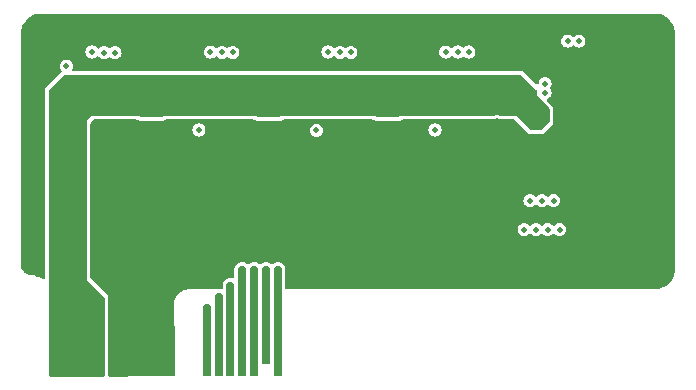
<source format=gbr>
G04 #@! TF.GenerationSoftware,KiCad,Pcbnew,(6.0.4)*
G04 #@! TF.CreationDate,2022-07-06T17:35:23+08:00*
G04 #@! TF.ProjectId,MP2145S_EVB,4d503231-3435-4535-9f45-56422e6b6963,rev?*
G04 #@! TF.SameCoordinates,PX5e56640PY77750e0*
G04 #@! TF.FileFunction,Copper,L1,Top*
G04 #@! TF.FilePolarity,Positive*
%FSLAX46Y46*%
G04 Gerber Fmt 4.6, Leading zero omitted, Abs format (unit mm)*
G04 Created by KiCad (PCBNEW (6.0.4)) date 2022-07-06 17:35:23*
%MOMM*%
%LPD*%
G01*
G04 APERTURE LIST*
G04 #@! TA.AperFunction,ConnectorPad*
%ADD10R,0.700000X4.300000*%
G04 #@! TD*
G04 #@! TA.AperFunction,ConnectorPad*
%ADD11R,0.700000X3.200000*%
G04 #@! TD*
G04 #@! TA.AperFunction,ViaPad*
%ADD12C,0.500000*%
G04 #@! TD*
G04 #@! TA.AperFunction,Conductor*
%ADD13C,0.500000*%
G04 #@! TD*
G04 #@! TA.AperFunction,Conductor*
%ADD14C,0.700000*%
G04 #@! TD*
G04 APERTURE END LIST*
D10*
G04 #@! TO.P,PCI1,B1*
G04 #@! TO.N,5V*
X13050000Y5050000D03*
G04 #@! TO.P,PCI1,B2*
X14050000Y5050000D03*
G04 #@! TO.P,PCI1,B3*
X15050000Y5050000D03*
G04 #@! TO.P,PCI1,B4*
X16050000Y5050000D03*
G04 #@! TO.P,PCI1,B5*
X17050000Y5050000D03*
G04 #@! TO.P,PCI1,B6*
G04 #@! TO.N,GND*
X18050000Y5050000D03*
G04 #@! TO.P,PCI1,B7*
X19050000Y5050000D03*
G04 #@! TO.P,PCI1,B8*
X20050000Y5050000D03*
G04 #@! TO.P,PCI1,B9*
X21050000Y5050000D03*
G04 #@! TO.P,PCI1,B10*
X22050000Y5050000D03*
G04 #@! TO.P,PCI1,B11*
X23050000Y5050000D03*
G04 #@! TO.P,PCI1,B12*
G04 #@! TO.N,REG_EN2*
X26050000Y5050000D03*
G04 #@! TO.P,PCI1,B13*
G04 #@! TO.N,REG_EN1*
X27050000Y5050000D03*
G04 #@! TO.P,PCI1,B14*
G04 #@! TO.N,REG_CHG*
X28050000Y5050000D03*
G04 #@! TO.P,PCI1,B15*
G04 #@! TO.N,REG_POWER*
X29050000Y5050000D03*
G04 #@! TO.P,PCI1,B16*
G04 #@! TO.N,BAT_ISET*
X30050000Y5050000D03*
D11*
G04 #@! TO.P,PCI1,B17*
G04 #@! TO.N,BAT_PG*
X31050000Y5600000D03*
D10*
G04 #@! TO.P,PCI1,B18*
G04 #@! TO.N,BAT_CHG*
X32050000Y5050000D03*
G04 #@! TD*
D12*
G04 #@! TO.N,GND*
X11690000Y29590000D03*
X10690000Y29590000D03*
X65390000Y29490000D03*
X64390000Y29490000D03*
X57429999Y14305001D03*
X57970000Y15005000D03*
X56870000Y15005001D03*
X56880000Y14305001D03*
X57980000Y14305000D03*
X57419999Y15005001D03*
X57970000Y13605000D03*
X57419999Y13605001D03*
X56880000Y12905001D03*
X57980000Y12905000D03*
X56870000Y13605001D03*
X57429999Y12905001D03*
X58680000Y12905001D03*
X59219999Y13605001D03*
X59770000Y13605000D03*
X59780000Y12905000D03*
X58670000Y13605001D03*
X59229999Y12905001D03*
X59219999Y15005001D03*
X59780000Y14305000D03*
X59229999Y14305001D03*
X58670000Y15005001D03*
X59770000Y15005000D03*
X58680000Y14305001D03*
X57075000Y26693334D03*
X57750000Y26693334D03*
X56400000Y26703334D03*
X57065000Y25916668D03*
X56390001Y25926668D03*
X57740000Y25916668D03*
X56390000Y25150000D03*
X57065000Y25140000D03*
X57740000Y25140000D03*
X13160000Y33320000D03*
X14160000Y33320000D03*
X15160000Y33320000D03*
X16160000Y33320000D03*
X17160000Y33320000D03*
X18160000Y33320000D03*
X19160000Y33320000D03*
X20160000Y33320000D03*
X21160000Y33320000D03*
X22160000Y33320000D03*
X23160000Y33320000D03*
X24160000Y33320000D03*
X25160000Y33320000D03*
X26160000Y33320000D03*
X27160000Y33320000D03*
X28160000Y33320000D03*
X29160000Y33320000D03*
X30160000Y33320000D03*
X31160000Y33320000D03*
X32160000Y33320000D03*
X33160000Y33320000D03*
X34160000Y33320000D03*
X35160000Y33320000D03*
X36160000Y33320000D03*
X37160000Y33320000D03*
X38160000Y33320000D03*
X39160000Y33320000D03*
X40160000Y33320000D03*
X41160000Y33320000D03*
X42160000Y33320000D03*
X43160000Y33320000D03*
X44160000Y33320000D03*
X45160000Y33320000D03*
X46160000Y33320000D03*
X47160000Y33320000D03*
X48160000Y33320000D03*
X49160000Y33320000D03*
X50160000Y33320000D03*
X51160000Y33320000D03*
X52160000Y33320000D03*
X53160000Y33320000D03*
X54160000Y33320000D03*
X55160000Y33320000D03*
X56160000Y33320000D03*
X57160000Y33320000D03*
X58160000Y33320000D03*
X59160000Y33320000D03*
X60160000Y33320000D03*
X61160000Y33320000D03*
X12290000Y32130000D03*
X13160000Y32320000D03*
X14160000Y32320000D03*
X15160000Y32320000D03*
X16160000Y32320000D03*
X17160000Y32320000D03*
X18160000Y32320000D03*
X19160000Y32320000D03*
X20160000Y32320000D03*
X21160000Y32320000D03*
X22160000Y32320000D03*
X23160000Y32320000D03*
X24160000Y32320000D03*
X25160000Y32320000D03*
X26160000Y32320000D03*
X27160000Y32320000D03*
X28160000Y32320000D03*
X29160000Y32320000D03*
X30160000Y32320000D03*
X31160000Y32320000D03*
X32160000Y32320000D03*
X33160000Y32320000D03*
X34160000Y32320000D03*
X35160000Y32320000D03*
X36160000Y32320000D03*
X37160000Y32320000D03*
X38160000Y32320000D03*
X39160000Y32320000D03*
X40160000Y32320000D03*
X41160000Y32320000D03*
X42160000Y32320000D03*
X43160000Y32320000D03*
X44160000Y32320000D03*
X45160000Y32320000D03*
X46160000Y32320000D03*
X47160000Y32320000D03*
X48160000Y32320000D03*
X49160000Y32320000D03*
X50160000Y32320000D03*
X51160000Y32320000D03*
X52160000Y32320000D03*
X53160000Y32320000D03*
X54160000Y32320000D03*
X55160000Y32320000D03*
X56160000Y32320000D03*
X57160000Y32320000D03*
X58160000Y32320000D03*
X59160000Y32320000D03*
X60160000Y32320000D03*
X61160000Y32320000D03*
X62160000Y32320000D03*
X62160000Y33320000D03*
X63160000Y32320000D03*
X63160000Y33320000D03*
X63860000Y32050000D03*
X64160000Y33320000D03*
X11300000Y33020000D03*
X10670000Y31600000D03*
X11780000Y31470000D03*
X10690000Y30590000D03*
X11690000Y30590000D03*
X10690000Y28590000D03*
X11690000Y28590000D03*
X10690000Y27590000D03*
X11690000Y27590000D03*
X10690000Y26590000D03*
X11690000Y26590000D03*
X10690000Y25590000D03*
X11690000Y25590000D03*
X10690000Y24590000D03*
X11690000Y24590000D03*
X10690000Y23590000D03*
X11690000Y23590000D03*
X10690000Y22590000D03*
X11690000Y22590000D03*
X10690000Y21590000D03*
X11690000Y21590000D03*
X10690000Y20590000D03*
X11690000Y20590000D03*
X10690000Y19590000D03*
X11690000Y19590000D03*
X10690000Y18590000D03*
X11690000Y18590000D03*
X10690000Y17590000D03*
X11690000Y17590000D03*
X10690000Y16590000D03*
X11690000Y16590000D03*
X10690000Y15590000D03*
X11690000Y15590000D03*
X10690000Y14590000D03*
X11690000Y14590000D03*
X10690000Y13590000D03*
X11690000Y13590000D03*
X10690000Y12590000D03*
X11690000Y12590000D03*
X11690000Y11590000D03*
X41690000Y11590000D03*
X42690000Y11590000D03*
X43690000Y11590000D03*
X44690000Y11590000D03*
X45690000Y11590000D03*
X46690000Y11590000D03*
X47690000Y11590000D03*
X48690000Y11590000D03*
X49690000Y11590000D03*
X50690000Y11590000D03*
X51690000Y11590000D03*
X52690000Y11590000D03*
X53690000Y11590000D03*
X54690000Y11590000D03*
X55690000Y11590000D03*
X56690000Y11590000D03*
X57690000Y11590000D03*
X58690000Y11590000D03*
X59690000Y11590000D03*
X60690000Y11590000D03*
X61690000Y11590000D03*
X62690000Y11590000D03*
X63600000Y11860000D03*
X33690000Y10590000D03*
X34690000Y10590000D03*
X35690000Y10590000D03*
X36690000Y10590000D03*
X37690000Y10590000D03*
X38690000Y10590000D03*
X39690000Y10590000D03*
X40690000Y10590000D03*
X41690000Y10590000D03*
X42690000Y10590000D03*
X43690000Y10590000D03*
X44690000Y10590000D03*
X45690000Y10590000D03*
X46690000Y10590000D03*
X47690000Y10590000D03*
X48690000Y10590000D03*
X49690000Y10590000D03*
X50690000Y10590000D03*
X51690000Y10590000D03*
X52690000Y10590000D03*
X53690000Y10590000D03*
X54690000Y10590000D03*
X55690000Y10590000D03*
X56690000Y10590000D03*
X57690000Y10590000D03*
X58690000Y10590000D03*
X59690000Y10590000D03*
X60690000Y10590000D03*
X61690000Y10590000D03*
X62690000Y10590000D03*
X63690000Y10590000D03*
X64870000Y32980000D03*
X64290000Y31450000D03*
X65380000Y31520000D03*
X64390000Y30490000D03*
X65380000Y30500000D03*
X64390000Y28490000D03*
X65390000Y28490000D03*
X64390000Y27490000D03*
X65390000Y27490000D03*
X64390000Y26490000D03*
X65390000Y26490000D03*
X64390000Y25490000D03*
X65390000Y25490000D03*
X64390000Y24490000D03*
X65390000Y24490000D03*
X64390000Y23490000D03*
X65390000Y23490000D03*
X64390000Y22490000D03*
X65390000Y22490000D03*
X64390000Y21490000D03*
X65390000Y21490000D03*
X64390000Y20490000D03*
X65390000Y20490000D03*
X64390000Y19490000D03*
X65390000Y19490000D03*
X64390000Y18490000D03*
X65390000Y18490000D03*
X64390000Y17490000D03*
X65390000Y17490000D03*
X64390000Y16490000D03*
X65390000Y16490000D03*
X64390000Y15490000D03*
X65390000Y15490000D03*
X64390000Y14490000D03*
X65390000Y14490000D03*
X64390000Y13490000D03*
X65390000Y13490000D03*
X64210000Y12480000D03*
X65390000Y12550000D03*
X65320000Y11760000D03*
X64440000Y10700000D03*
X21660000Y32820000D03*
X36660000Y32820000D03*
X52660000Y32820000D03*
X53660000Y32820000D03*
X54660000Y32820000D03*
X59660000Y32820000D03*
X43660000Y32820000D03*
X44660000Y32820000D03*
X48660000Y32820000D03*
X19660000Y32820000D03*
X51660000Y32820000D03*
X28660000Y32820000D03*
X56660000Y32820000D03*
X22660000Y32820000D03*
X37660000Y32820000D03*
X27660000Y32820000D03*
X55660000Y32820000D03*
X39660000Y32820000D03*
X46660000Y32820000D03*
X50660000Y32820000D03*
X31660000Y32820000D03*
X20660000Y32820000D03*
X23660000Y32820000D03*
X34660000Y32820000D03*
X32660000Y32820000D03*
X29660000Y32820000D03*
X57660000Y32820000D03*
X61660000Y32820000D03*
X45660000Y32820000D03*
X49660000Y32820000D03*
X41660000Y32820000D03*
X18660000Y32820000D03*
X60660000Y32820000D03*
X30660000Y32820000D03*
X42660000Y32820000D03*
X24660000Y32820000D03*
X58660000Y32820000D03*
X40660000Y32820000D03*
X33660000Y32820000D03*
X25660000Y32820000D03*
X35660000Y32820000D03*
X26660000Y32820000D03*
X38660000Y32820000D03*
X47660000Y32820000D03*
X62660000Y32820000D03*
X63660000Y32820000D03*
X64370000Y32530000D03*
X12590000Y32770000D03*
X13660000Y32820000D03*
X14660000Y32820000D03*
X15660000Y32820000D03*
X16660000Y32820000D03*
X17660000Y32820000D03*
X64770000Y31920000D03*
X64890000Y31060000D03*
X64900000Y29990000D03*
X64890000Y17980000D03*
X64890000Y13980000D03*
X64100000Y11360000D03*
X64890000Y27980000D03*
X64890000Y21980000D03*
X64890000Y25980000D03*
X64890000Y20980000D03*
X64890000Y15980000D03*
X64820000Y12910000D03*
X64890000Y14980000D03*
X64890000Y24980000D03*
X64890000Y23980000D03*
X64890000Y19980000D03*
X64890000Y16980000D03*
X64890000Y22980000D03*
X64890000Y18980000D03*
X64890000Y26980000D03*
X64890000Y28980000D03*
X10850000Y32400000D03*
X11190000Y27110000D03*
X11190000Y20110000D03*
X11190000Y29110000D03*
X11190000Y19110000D03*
X11190000Y31110000D03*
X11190000Y28110000D03*
X11190000Y26110000D03*
X11190000Y24110000D03*
X11190000Y23110000D03*
X11190000Y22110000D03*
X11190000Y21110000D03*
X11190000Y25110000D03*
X11190000Y15110000D03*
X11190000Y13110000D03*
X11190000Y14110000D03*
X11190000Y17110000D03*
X11190000Y18110000D03*
X11190000Y16110000D03*
X11190000Y30110000D03*
X11190000Y12090000D03*
X47210000Y11080000D03*
X54210000Y11080000D03*
X41210000Y11080000D03*
X43210000Y11080000D03*
X62210000Y11080000D03*
X55210000Y11080000D03*
X48210000Y11080000D03*
X61210000Y11080000D03*
X49210000Y11080000D03*
X51210000Y11080000D03*
X58210000Y11080000D03*
X57210000Y11080000D03*
X56210000Y11080000D03*
X50210000Y11080000D03*
X42210000Y11080000D03*
X44210000Y11080000D03*
X45210000Y11080000D03*
X46210000Y11080000D03*
X60210000Y11080000D03*
X53210000Y11080000D03*
X59210000Y11080000D03*
X63210000Y11080000D03*
X52210000Y11080000D03*
X11800000Y32570000D03*
X11360000Y31990000D03*
X65310000Y32360000D03*
X64650000Y11940000D03*
X64980000Y11120000D03*
X57019999Y18505001D03*
X57570000Y18505000D03*
X56470000Y18505001D03*
X57029999Y17805001D03*
X56480000Y17805001D03*
X57580000Y17805000D03*
X57019999Y19895001D03*
X56480000Y19195001D03*
X56470000Y19895001D03*
X57570000Y19895000D03*
X57580000Y19195000D03*
X57029999Y19195001D03*
X55279999Y19895001D03*
X54740000Y19195001D03*
X55840000Y19195000D03*
X55830000Y19895000D03*
X54730000Y19895001D03*
X55289999Y19195001D03*
X53590000Y19195001D03*
X54139999Y19195001D03*
X53580000Y19895001D03*
X54129999Y19895001D03*
X36430000Y24410000D03*
X26480000Y24410000D03*
X46450000Y24380000D03*
X16520000Y24390000D03*
X43650000Y29550000D03*
X43120000Y29550000D03*
X20490000Y30430000D03*
X21090000Y30430000D03*
X19890000Y30430000D03*
X31110000Y30430000D03*
X29910000Y30430000D03*
X30510000Y30430000D03*
X40440000Y30430000D03*
X41040000Y30430000D03*
X39840000Y30430000D03*
X51050000Y30430000D03*
X50450000Y30430000D03*
X49850000Y30430000D03*
X44180000Y29550000D03*
X33630000Y29550000D03*
X33100000Y29550000D03*
X34160000Y29550000D03*
X23610000Y29550000D03*
X23080000Y29550000D03*
X24140000Y29550000D03*
X51440000Y23790000D03*
X17140000Y23810000D03*
X16520000Y23810000D03*
X17750000Y23810000D03*
X18380000Y23810000D03*
X26480000Y23800000D03*
X27710000Y23800000D03*
X27100000Y23800000D03*
X28340000Y23800000D03*
X36430000Y23810000D03*
X37660000Y23810000D03*
X38290000Y23810000D03*
X37050000Y23810000D03*
X46450000Y23820000D03*
X48310000Y23820000D03*
X47680000Y23820000D03*
X47070000Y23820000D03*
X50620000Y24510000D03*
X51010000Y24130000D03*
X56390001Y27480000D03*
X57075000Y29075000D03*
X57740000Y27470000D03*
X57065000Y27470000D03*
X12160000Y33320000D03*
G04 #@! TO.N,5V*
X53845000Y25250000D03*
X54500000Y25250000D03*
X53550000Y24700000D03*
X20470000Y25720000D03*
X52625000Y26800000D03*
X53175000Y25866668D03*
X53175000Y25250000D03*
X54150000Y24700000D03*
X21070000Y25720000D03*
X21670000Y25720000D03*
X22270000Y25720000D03*
X20470000Y25120000D03*
X21070000Y25120000D03*
X21670000Y25120000D03*
X22270000Y25120000D03*
X30390000Y25700000D03*
X30390000Y25100000D03*
X30990000Y25700000D03*
X31590000Y25700000D03*
X32190000Y25100000D03*
X32190000Y25700000D03*
X31590000Y25100000D03*
X30990000Y25100000D03*
X40460000Y25100000D03*
X42260000Y25700000D03*
X41060000Y25100000D03*
X41660000Y25700000D03*
X41060000Y25700000D03*
X41660000Y25100000D03*
X42260000Y25100000D03*
X40460000Y25700000D03*
X39870000Y25700000D03*
X29780000Y25700000D03*
X19850000Y25730000D03*
X20190000Y26630000D03*
X30070000Y26610000D03*
X40180000Y26650000D03*
X53175000Y27100000D03*
X52325000Y27350000D03*
X53175000Y26483334D03*
X52000000Y26800000D03*
X28260000Y30360000D03*
X27340000Y30360000D03*
X38250000Y30350000D03*
X37330000Y30350000D03*
X47320000Y30380000D03*
X48240000Y30380000D03*
X18280000Y30320000D03*
X17360000Y30320000D03*
G04 #@! TO.N,1.2V*
X14160000Y29190000D03*
X16340000Y30380000D03*
G04 #@! TO.N,1.5V*
X26350000Y30380000D03*
X25385000Y23775000D03*
G04 #@! TO.N,2.5V*
X36320000Y30380000D03*
X35335000Y23755000D03*
G04 #@! TO.N,3.3V*
X46290000Y30380000D03*
X45380000Y23780000D03*
G04 #@! TO.N,Net-(C3-Pad1)*
X56600000Y31300000D03*
X54700000Y27700000D03*
G04 #@! TO.N,Net-(R34-Pad2)*
X57560000Y31300000D03*
X54700000Y26940000D03*
G04 #@! TO.N,REG_EN2*
X52925000Y15350000D03*
X26050000Y8690000D03*
G04 #@! TO.N,REG_EN1*
X53420000Y17785000D03*
X27050000Y9630000D03*
G04 #@! TO.N,REG_CHG*
X28043332Y10610000D03*
X53920000Y15345000D03*
G04 #@! TO.N,REG_POWER*
X29044998Y11945000D03*
X54420000Y17785000D03*
G04 #@! TO.N,BAT_ISET*
X30046664Y11945000D03*
X54920000Y15345000D03*
G04 #@! TO.N,BAT_PG*
X31048330Y11945000D03*
X55420000Y17785000D03*
G04 #@! TO.N,BAT_CHG*
X55920000Y15345000D03*
X32060000Y11945000D03*
G04 #@! TD*
D13*
G04 #@! TO.N,5V*
X40460000Y25100000D02*
X42260000Y25100000D01*
X30390000Y25100000D02*
X32190000Y25100000D01*
X20470000Y25120000D02*
X22270000Y25120000D01*
D14*
G04 #@! TO.N,REG_EN2*
X26050000Y5050000D02*
X26050000Y8690000D01*
G04 #@! TO.N,REG_EN1*
X27050000Y5050000D02*
X27050000Y7561666D01*
X27050000Y7561666D02*
X27050000Y9630000D01*
G04 #@! TO.N,REG_CHG*
X28050000Y10603332D02*
X28043332Y10610000D01*
X28050000Y5050000D02*
X28050000Y10603332D01*
G04 #@! TO.N,REG_POWER*
X29050000Y7564998D02*
X29050000Y11939998D01*
X29050000Y5050000D02*
X29050000Y7564998D01*
X29050000Y11939998D02*
X29044998Y11945000D01*
G04 #@! TO.N,BAT_ISET*
X30050000Y7566664D02*
X30050000Y11941664D01*
X30050000Y5050000D02*
X30050000Y7566664D01*
X30050000Y11941664D02*
X30046664Y11945000D01*
G04 #@! TO.N,BAT_PG*
X31050000Y11943330D02*
X31048330Y11945000D01*
X31050000Y5600000D02*
X31050000Y7568330D01*
X31050000Y7568330D02*
X31050000Y11943330D01*
G04 #@! TO.N,BAT_CHG*
X32050000Y5050000D02*
X32050000Y11935000D01*
X32050000Y11935000D02*
X32060000Y11945000D01*
G04 #@! TD*
G04 #@! TA.AperFunction,Conductor*
G04 #@! TO.N,GND*
G36*
X63984563Y33638210D02*
G01*
X63989145Y33637402D01*
X64000000Y33635488D01*
X64010855Y33637402D01*
X64021878Y33637402D01*
X64021878Y33637037D01*
X64034237Y33637675D01*
X64232962Y33623462D01*
X64250756Y33620904D01*
X64470179Y33573172D01*
X64487418Y33568110D01*
X64697823Y33489633D01*
X64714167Y33482168D01*
X64911251Y33374552D01*
X64926370Y33364835D01*
X65106133Y33230266D01*
X65119719Y33218493D01*
X65278493Y33059719D01*
X65290266Y33046133D01*
X65424835Y32866370D01*
X65434554Y32851247D01*
X65542166Y32654171D01*
X65549633Y32637823D01*
X65604134Y32491702D01*
X65628108Y32427424D01*
X65633173Y32410174D01*
X65680904Y32190756D01*
X65683462Y32172962D01*
X65697675Y31974237D01*
X65697038Y31961881D01*
X65697402Y31961881D01*
X65697402Y31950857D01*
X65695488Y31940000D01*
X65698210Y31924566D01*
X65700124Y31902690D01*
X65699852Y23243670D01*
X65699501Y12037321D01*
X65697587Y12015447D01*
X65696778Y12010859D01*
X65696778Y12010854D01*
X65694864Y12000000D01*
X65696778Y11989145D01*
X65696778Y11978122D01*
X65696413Y11978122D01*
X65697051Y11965764D01*
X65694093Y11924405D01*
X65683489Y11776130D01*
X65682838Y11767034D01*
X65680280Y11749248D01*
X65641218Y11569680D01*
X65632550Y11529835D01*
X65627486Y11512586D01*
X65591371Y11415757D01*
X65549011Y11302187D01*
X65541544Y11285839D01*
X65437819Y11095882D01*
X65433930Y11088759D01*
X65424213Y11073640D01*
X65290883Y10895532D01*
X65289646Y10893880D01*
X65277873Y10880293D01*
X65119092Y10721515D01*
X65105505Y10709742D01*
X64925748Y10575179D01*
X64910625Y10565460D01*
X64713541Y10457846D01*
X64697188Y10450378D01*
X64486799Y10371909D01*
X64469557Y10366847D01*
X64250135Y10319117D01*
X64232341Y10316559D01*
X64199608Y10314218D01*
X64033520Y10302342D01*
X64021259Y10302974D01*
X64021259Y10302598D01*
X64010235Y10302598D01*
X63999380Y10304512D01*
X63983943Y10301790D01*
X63962071Y10299877D01*
X32826496Y10300498D01*
X32758377Y10320501D01*
X32711885Y10374158D01*
X32700500Y10426498D01*
X32700500Y11820754D01*
X32702051Y11840465D01*
X32714106Y11916576D01*
X32715346Y11924405D01*
X32714600Y11932297D01*
X32700625Y12080141D01*
X32700624Y12080144D01*
X32699879Y12088029D01*
X32664193Y12187153D01*
X32646892Y12235208D01*
X32646891Y12235210D01*
X32644206Y12242668D01*
X32551825Y12378602D01*
X32536439Y12392167D01*
X32434487Y12482049D01*
X32428541Y12487291D01*
X32331787Y12536590D01*
X32289164Y12558308D01*
X32289162Y12558309D01*
X32282100Y12561907D01*
X32121703Y12597760D01*
X31957431Y12592597D01*
X31933433Y12585625D01*
X31807217Y12548957D01*
X31807214Y12548956D01*
X31799601Y12546744D01*
X31762410Y12524749D01*
X31664962Y12467119D01*
X31664959Y12467117D01*
X31658135Y12463081D01*
X31647302Y12452248D01*
X31638687Y12444408D01*
X31632060Y12440202D01*
X31630513Y12438555D01*
X31567596Y12411539D01*
X31497571Y12423243D01*
X31475290Y12437072D01*
X31451064Y12455864D01*
X31447985Y12458331D01*
X31407432Y12491879D01*
X31407431Y12491880D01*
X31401326Y12496930D01*
X31395007Y12499904D01*
X31389013Y12504117D01*
X31388353Y12504508D01*
X31382094Y12509362D01*
X31374825Y12512507D01*
X31374821Y12512510D01*
X31294508Y12547264D01*
X31290900Y12548893D01*
X31259785Y12563534D01*
X31259786Y12563534D01*
X31252613Y12566909D01*
X31247395Y12567904D01*
X31242786Y12569646D01*
X31238536Y12571485D01*
X31238533Y12571486D01*
X31231256Y12574635D01*
X31170982Y12584182D01*
X31120384Y12592196D01*
X31116484Y12592877D01*
X31098955Y12596221D01*
X31098953Y12596221D01*
X31091170Y12597706D01*
X31087379Y12597467D01*
X31086494Y12597565D01*
X31076758Y12599107D01*
X31076752Y12599107D01*
X31068925Y12600347D01*
X31061034Y12599601D01*
X30943110Y12588453D01*
X30939161Y12588143D01*
X30927142Y12587387D01*
X30927026Y12589223D01*
X30924967Y12589424D01*
X30925219Y12586762D01*
X30913190Y12585625D01*
X30913189Y12585625D01*
X30905301Y12584879D01*
X30776427Y12538482D01*
X30772677Y12537199D01*
X30770801Y12536590D01*
X30770106Y12538731D01*
X30769506Y12538638D01*
X30770350Y12536294D01*
X30758124Y12531893D01*
X30758120Y12531891D01*
X30750662Y12529206D01*
X30702212Y12496279D01*
X30615403Y12437284D01*
X30547818Y12415538D01*
X30479206Y12433782D01*
X30467357Y12441934D01*
X30443824Y12460187D01*
X30440731Y12462665D01*
X30407433Y12490212D01*
X30407432Y12490213D01*
X30401326Y12495264D01*
X30395785Y12497871D01*
X30390011Y12501928D01*
X30380428Y12509362D01*
X30269509Y12557361D01*
X30265932Y12558976D01*
X30252613Y12565243D01*
X30252612Y12565243D01*
X30253351Y12566814D01*
X30251336Y12568192D01*
X30250254Y12565693D01*
X30236865Y12571487D01*
X30236864Y12571487D01*
X30229590Y12574635D01*
X30221767Y12575874D01*
X30221764Y12575875D01*
X30085517Y12597455D01*
X30067259Y12600347D01*
X30059368Y12599601D01*
X29911523Y12585625D01*
X29911521Y12585624D01*
X29903635Y12584879D01*
X29896181Y12582195D01*
X29896179Y12582195D01*
X29756456Y12531892D01*
X29756454Y12531891D01*
X29748996Y12529206D01*
X29700546Y12496279D01*
X29613737Y12437284D01*
X29546152Y12415538D01*
X29477540Y12433782D01*
X29465690Y12441935D01*
X29436598Y12464500D01*
X29433506Y12466977D01*
X29407439Y12488542D01*
X29407433Y12488546D01*
X29401326Y12493598D01*
X29396562Y12495840D01*
X29392655Y12498585D01*
X29378762Y12509362D01*
X29371490Y12512509D01*
X29371488Y12512510D01*
X29235199Y12571487D01*
X29235198Y12571487D01*
X29227924Y12574635D01*
X29220101Y12575874D01*
X29220098Y12575875D01*
X29083851Y12597455D01*
X29065593Y12600347D01*
X29057702Y12599601D01*
X28909857Y12585625D01*
X28909855Y12585624D01*
X28901969Y12584879D01*
X28894515Y12582195D01*
X28894513Y12582195D01*
X28754790Y12531892D01*
X28754788Y12531891D01*
X28747330Y12529206D01*
X28611396Y12436825D01*
X28606158Y12430884D01*
X28606156Y12430882D01*
X28507944Y12319483D01*
X28507942Y12319480D01*
X28502706Y12313541D01*
X28428090Y12167100D01*
X28392238Y12006704D01*
X28397401Y11842431D01*
X28398464Y11838772D01*
X28399500Y11825613D01*
X28399500Y11356085D01*
X28379498Y11287964D01*
X28325842Y11241471D01*
X28255568Y11231367D01*
X28238344Y11235089D01*
X28233532Y11236487D01*
X28226258Y11239635D01*
X28218435Y11240874D01*
X28218432Y11240875D01*
X28076377Y11263375D01*
X28063927Y11265347D01*
X28056036Y11264601D01*
X27908191Y11250625D01*
X27908189Y11250624D01*
X27900303Y11249879D01*
X27892849Y11247195D01*
X27892847Y11247195D01*
X27753124Y11196892D01*
X27753122Y11196891D01*
X27745664Y11194206D01*
X27609730Y11101825D01*
X27604492Y11095884D01*
X27604490Y11095882D01*
X27506278Y10984483D01*
X27506276Y10984480D01*
X27501040Y10978541D01*
X27426424Y10832100D01*
X27390572Y10671704D01*
X27395735Y10507431D01*
X27397947Y10499817D01*
X27397949Y10499805D01*
X27399500Y10480094D01*
X27399500Y10408257D01*
X27379498Y10340136D01*
X27325842Y10293643D01*
X27273370Y10282257D01*
X27110195Y10282425D01*
X27102418Y10282673D01*
X27098956Y10282891D01*
X27091170Y10284376D01*
X27064968Y10282728D01*
X27056955Y10282479D01*
X24757727Y10284848D01*
X24737124Y10286566D01*
X24687339Y10294873D01*
X24658756Y10299643D01*
X24658754Y10299643D01*
X24653619Y10300500D01*
X24446381Y10300500D01*
X24441246Y10299643D01*
X24441244Y10299643D01*
X24247107Y10267248D01*
X24247102Y10267247D01*
X24241968Y10266390D01*
X24045958Y10199100D01*
X23863697Y10100465D01*
X23700157Y9973176D01*
X23657971Y9927350D01*
X23563326Y9824539D01*
X23563323Y9824535D01*
X23559798Y9820706D01*
X23556947Y9816342D01*
X23469972Y9683216D01*
X23446449Y9647212D01*
X23363202Y9457428D01*
X23361924Y9452380D01*
X23361922Y9452375D01*
X23313609Y9261590D01*
X23312328Y9256531D01*
X23311898Y9251340D01*
X23311897Y9251335D01*
X23300293Y9111287D01*
X23299968Y9109393D01*
X23300117Y9109378D01*
X23299500Y9103085D01*
X23298895Y9103144D01*
X23298663Y9101795D01*
X23299500Y9101726D01*
X23295524Y9053745D01*
X23294864Y9050000D01*
X23296777Y9039151D01*
X23296777Y9039149D01*
X23297586Y9034563D01*
X23299500Y9012683D01*
X23299500Y3070240D01*
X23279498Y3002119D01*
X23225842Y2955626D01*
X23174519Y2944244D01*
X20884801Y2925739D01*
X17827518Y2901031D01*
X17759238Y2920482D01*
X17712313Y2973760D01*
X17700500Y3027027D01*
X17700500Y7244646D01*
X17700167Y7247445D01*
X17700000Y7253078D01*
X17700000Y9725000D01*
X16236171Y11213226D01*
X16202662Y11275817D01*
X16200000Y11301582D01*
X16200000Y15350000D01*
X52369750Y15350000D01*
X52388670Y15206291D01*
X52444139Y15072375D01*
X52532379Y14957379D01*
X52647375Y14869139D01*
X52781291Y14813670D01*
X52925000Y14794750D01*
X53068709Y14813670D01*
X53202625Y14869139D01*
X53317621Y14957379D01*
X53322647Y14963929D01*
X53328488Y14969770D01*
X53330069Y14968189D01*
X53377963Y15003156D01*
X53448834Y15007375D01*
X53510735Y14972608D01*
X53520545Y14961285D01*
X53527379Y14952379D01*
X53642375Y14864139D01*
X53776291Y14808670D01*
X53920000Y14789750D01*
X54063709Y14808670D01*
X54197625Y14864139D01*
X54312621Y14952379D01*
X54320038Y14962045D01*
X54322725Y14964007D01*
X54323488Y14964770D01*
X54323607Y14964651D01*
X54377376Y15003912D01*
X54448247Y15008134D01*
X54510149Y14973370D01*
X54519962Y14962045D01*
X54527379Y14952379D01*
X54642375Y14864139D01*
X54776291Y14808670D01*
X54920000Y14789750D01*
X55063709Y14808670D01*
X55197625Y14864139D01*
X55312621Y14952379D01*
X55320038Y14962045D01*
X55322725Y14964007D01*
X55323488Y14964770D01*
X55323607Y14964651D01*
X55377376Y15003912D01*
X55448247Y15008134D01*
X55510149Y14973370D01*
X55519962Y14962045D01*
X55527379Y14952379D01*
X55642375Y14864139D01*
X55776291Y14808670D01*
X55920000Y14789750D01*
X56063709Y14808670D01*
X56197625Y14864139D01*
X56312621Y14952379D01*
X56400861Y15067375D01*
X56456330Y15201291D01*
X56475250Y15345000D01*
X56456330Y15488709D01*
X56400861Y15622625D01*
X56312621Y15737621D01*
X56197625Y15825861D01*
X56063709Y15881330D01*
X55920000Y15900250D01*
X55776291Y15881330D01*
X55642375Y15825861D01*
X55527379Y15737621D01*
X55522353Y15731071D01*
X55519962Y15727955D01*
X55517275Y15725993D01*
X55516512Y15725230D01*
X55516393Y15725349D01*
X55462624Y15686088D01*
X55391753Y15681866D01*
X55329851Y15716630D01*
X55320038Y15727955D01*
X55317647Y15731071D01*
X55312621Y15737621D01*
X55197625Y15825861D01*
X55063709Y15881330D01*
X54920000Y15900250D01*
X54776291Y15881330D01*
X54642375Y15825861D01*
X54527379Y15737621D01*
X54522353Y15731071D01*
X54519962Y15727955D01*
X54517275Y15725993D01*
X54516512Y15725230D01*
X54516393Y15725349D01*
X54462624Y15686088D01*
X54391753Y15681866D01*
X54329851Y15716630D01*
X54320038Y15727955D01*
X54317647Y15731071D01*
X54312621Y15737621D01*
X54197625Y15825861D01*
X54063709Y15881330D01*
X53920000Y15900250D01*
X53776291Y15881330D01*
X53642375Y15825861D01*
X53527379Y15737621D01*
X53522353Y15731071D01*
X53516512Y15725230D01*
X53514931Y15726811D01*
X53467037Y15691844D01*
X53396166Y15687625D01*
X53334265Y15722392D01*
X53324454Y15733716D01*
X53322647Y15736071D01*
X53317621Y15742621D01*
X53202625Y15830861D01*
X53068709Y15886330D01*
X52925000Y15905250D01*
X52781291Y15886330D01*
X52647375Y15830861D01*
X52532379Y15742621D01*
X52444139Y15627625D01*
X52388670Y15493709D01*
X52369750Y15350000D01*
X16200000Y15350000D01*
X16200000Y17785000D01*
X52864750Y17785000D01*
X52883670Y17641291D01*
X52939139Y17507375D01*
X53027379Y17392379D01*
X53142375Y17304139D01*
X53276291Y17248670D01*
X53420000Y17229750D01*
X53563709Y17248670D01*
X53697625Y17304139D01*
X53812621Y17392379D01*
X53820038Y17402045D01*
X53822725Y17404007D01*
X53823488Y17404770D01*
X53823607Y17404651D01*
X53877376Y17443912D01*
X53948247Y17448134D01*
X54010149Y17413370D01*
X54019962Y17402045D01*
X54027379Y17392379D01*
X54142375Y17304139D01*
X54276291Y17248670D01*
X54420000Y17229750D01*
X54563709Y17248670D01*
X54697625Y17304139D01*
X54812621Y17392379D01*
X54820038Y17402045D01*
X54822725Y17404007D01*
X54823488Y17404770D01*
X54823607Y17404651D01*
X54877376Y17443912D01*
X54948247Y17448134D01*
X55010149Y17413370D01*
X55019962Y17402045D01*
X55027379Y17392379D01*
X55142375Y17304139D01*
X55276291Y17248670D01*
X55420000Y17229750D01*
X55563709Y17248670D01*
X55697625Y17304139D01*
X55812621Y17392379D01*
X55900861Y17507375D01*
X55956330Y17641291D01*
X55975250Y17785000D01*
X55956330Y17928709D01*
X55900861Y18062625D01*
X55812621Y18177621D01*
X55697625Y18265861D01*
X55563709Y18321330D01*
X55420000Y18340250D01*
X55276291Y18321330D01*
X55142375Y18265861D01*
X55027379Y18177621D01*
X55022353Y18171071D01*
X55019962Y18167955D01*
X55017275Y18165993D01*
X55016512Y18165230D01*
X55016393Y18165349D01*
X54962624Y18126088D01*
X54891753Y18121866D01*
X54829851Y18156630D01*
X54820038Y18167955D01*
X54817647Y18171071D01*
X54812621Y18177621D01*
X54697625Y18265861D01*
X54563709Y18321330D01*
X54420000Y18340250D01*
X54276291Y18321330D01*
X54142375Y18265861D01*
X54027379Y18177621D01*
X54022353Y18171071D01*
X54019962Y18167955D01*
X54017275Y18165993D01*
X54016512Y18165230D01*
X54016393Y18165349D01*
X53962624Y18126088D01*
X53891753Y18121866D01*
X53829851Y18156630D01*
X53820038Y18167955D01*
X53817647Y18171071D01*
X53812621Y18177621D01*
X53697625Y18265861D01*
X53563709Y18321330D01*
X53420000Y18340250D01*
X53276291Y18321330D01*
X53142375Y18265861D01*
X53027379Y18177621D01*
X52939139Y18062625D01*
X52883670Y17928709D01*
X52864750Y17785000D01*
X16200000Y17785000D01*
X16200000Y23775000D01*
X24829750Y23775000D01*
X24848670Y23631291D01*
X24904139Y23497375D01*
X24992379Y23382379D01*
X25107375Y23294139D01*
X25241291Y23238670D01*
X25385000Y23219750D01*
X25528709Y23238670D01*
X25662625Y23294139D01*
X25777621Y23382379D01*
X25865861Y23497375D01*
X25921330Y23631291D01*
X25937617Y23755000D01*
X34779750Y23755000D01*
X34798670Y23611291D01*
X34854139Y23477375D01*
X34942379Y23362379D01*
X35057375Y23274139D01*
X35191291Y23218670D01*
X35335000Y23199750D01*
X35478709Y23218670D01*
X35612625Y23274139D01*
X35727621Y23362379D01*
X35815861Y23477375D01*
X35871330Y23611291D01*
X35890250Y23755000D01*
X35886959Y23780000D01*
X44824750Y23780000D01*
X44843670Y23636291D01*
X44899139Y23502375D01*
X44987379Y23387379D01*
X45102375Y23299139D01*
X45236291Y23243670D01*
X45380000Y23224750D01*
X45523709Y23243670D01*
X45657625Y23299139D01*
X45772621Y23387379D01*
X45860861Y23502375D01*
X45916330Y23636291D01*
X45935250Y23780000D01*
X45916330Y23923709D01*
X45860861Y24057625D01*
X45772621Y24172621D01*
X45657625Y24260861D01*
X45523709Y24316330D01*
X45380000Y24335250D01*
X45236291Y24316330D01*
X45102375Y24260861D01*
X44987379Y24172621D01*
X44899139Y24057625D01*
X44843670Y23923709D01*
X44824750Y23780000D01*
X35886959Y23780000D01*
X35871330Y23898709D01*
X35815861Y24032625D01*
X35727621Y24147621D01*
X35612625Y24235861D01*
X35478709Y24291330D01*
X35335000Y24310250D01*
X35191291Y24291330D01*
X35057375Y24235861D01*
X34942379Y24147621D01*
X34854139Y24032625D01*
X34798670Y23898709D01*
X34779750Y23755000D01*
X25937617Y23755000D01*
X25940250Y23775000D01*
X25921330Y23918709D01*
X25865861Y24052625D01*
X25777621Y24167621D01*
X25662625Y24255861D01*
X25528709Y24311330D01*
X25385000Y24330250D01*
X25241291Y24311330D01*
X25107375Y24255861D01*
X24992379Y24167621D01*
X24904139Y24052625D01*
X24848670Y23918709D01*
X24829750Y23775000D01*
X16200000Y23775000D01*
X16200000Y24322810D01*
X16220002Y24390931D01*
X16236905Y24411905D01*
X16463095Y24638095D01*
X16525407Y24672121D01*
X16552190Y24675000D01*
X20102869Y24675000D01*
X20170990Y24654998D01*
X20179575Y24648961D01*
X20182234Y24646921D01*
X20192375Y24639139D01*
X20200003Y24635980D01*
X20200004Y24635979D01*
X20208293Y24632546D01*
X20226476Y24623222D01*
X20243986Y24612365D01*
X20252240Y24609967D01*
X20280954Y24601625D01*
X20294022Y24597036D01*
X20318661Y24586830D01*
X20318664Y24586829D01*
X20326291Y24583670D01*
X20334472Y24582593D01*
X20334475Y24582592D01*
X20346902Y24580956D01*
X20365596Y24577033D01*
X20388825Y24570285D01*
X20396308Y24569735D01*
X20397208Y24569669D01*
X20397219Y24569669D01*
X20399515Y24569500D01*
X20425662Y24569500D01*
X20442109Y24568422D01*
X20470000Y24564750D01*
X20478188Y24565828D01*
X20497891Y24568422D01*
X20514338Y24569500D01*
X21025662Y24569500D01*
X21042109Y24568422D01*
X21070000Y24564750D01*
X21078188Y24565828D01*
X21097891Y24568422D01*
X21114338Y24569500D01*
X21625662Y24569500D01*
X21642109Y24568422D01*
X21670000Y24564750D01*
X21678188Y24565828D01*
X21697891Y24568422D01*
X21714338Y24569500D01*
X22225662Y24569500D01*
X22242109Y24568422D01*
X22270000Y24564750D01*
X22304945Y24569351D01*
X22306443Y24569500D01*
X22307785Y24569500D01*
X22311366Y24569991D01*
X22311380Y24569992D01*
X22349611Y24575230D01*
X22350267Y24575318D01*
X22393093Y24580956D01*
X22413709Y24583670D01*
X22414936Y24584178D01*
X22419432Y24584794D01*
X22485826Y24613525D01*
X22487586Y24614270D01*
X22540001Y24635981D01*
X22547625Y24639139D01*
X22551000Y24641728D01*
X22557855Y24644695D01*
X22564527Y24650098D01*
X22571873Y24654547D01*
X22573288Y24652210D01*
X22626134Y24674246D01*
X22639898Y24675000D01*
X29994817Y24675000D01*
X30061212Y24656087D01*
X30071565Y24649668D01*
X30081875Y24642543D01*
X30098095Y24630097D01*
X30112375Y24619139D01*
X30120003Y24615980D01*
X30120004Y24615979D01*
X30128293Y24612546D01*
X30146476Y24603222D01*
X30163986Y24592365D01*
X30172240Y24589967D01*
X30200954Y24581625D01*
X30214022Y24577036D01*
X30238661Y24566830D01*
X30238664Y24566829D01*
X30246291Y24563670D01*
X30254472Y24562593D01*
X30254475Y24562592D01*
X30266902Y24560956D01*
X30285596Y24557033D01*
X30308825Y24550285D01*
X30316308Y24549735D01*
X30317208Y24549669D01*
X30317219Y24549669D01*
X30319515Y24549500D01*
X30345662Y24549500D01*
X30362109Y24548422D01*
X30390000Y24544750D01*
X30398188Y24545828D01*
X30417891Y24548422D01*
X30434338Y24549500D01*
X30945662Y24549500D01*
X30962109Y24548422D01*
X30990000Y24544750D01*
X30998188Y24545828D01*
X31017891Y24548422D01*
X31034338Y24549500D01*
X31545662Y24549500D01*
X31562109Y24548422D01*
X31590000Y24544750D01*
X31598188Y24545828D01*
X31617891Y24548422D01*
X31634338Y24549500D01*
X32145662Y24549500D01*
X32162109Y24548422D01*
X32190000Y24544750D01*
X32224945Y24549351D01*
X32226443Y24549500D01*
X32227785Y24549500D01*
X32231366Y24549991D01*
X32231380Y24549992D01*
X32269611Y24555230D01*
X32270267Y24555318D01*
X32325520Y24562592D01*
X32333709Y24563670D01*
X32334936Y24564178D01*
X32339432Y24564794D01*
X32405826Y24593525D01*
X32407586Y24594270D01*
X32460001Y24615981D01*
X32467625Y24619139D01*
X32471000Y24621728D01*
X32477855Y24624695D01*
X32505302Y24646921D01*
X32570829Y24674246D01*
X32584596Y24675000D01*
X40064817Y24675000D01*
X40131212Y24656087D01*
X40141565Y24649668D01*
X40151875Y24642543D01*
X40168095Y24630097D01*
X40182375Y24619139D01*
X40190003Y24615980D01*
X40190004Y24615979D01*
X40198293Y24612546D01*
X40216476Y24603222D01*
X40233986Y24592365D01*
X40242240Y24589967D01*
X40270954Y24581625D01*
X40284022Y24577036D01*
X40308661Y24566830D01*
X40308664Y24566829D01*
X40316291Y24563670D01*
X40324472Y24562593D01*
X40324475Y24562592D01*
X40336902Y24560956D01*
X40355596Y24557033D01*
X40378825Y24550285D01*
X40386308Y24549735D01*
X40387208Y24549669D01*
X40387219Y24549669D01*
X40389515Y24549500D01*
X40415662Y24549500D01*
X40432109Y24548422D01*
X40460000Y24544750D01*
X40468188Y24545828D01*
X40487891Y24548422D01*
X40504338Y24549500D01*
X41015662Y24549500D01*
X41032109Y24548422D01*
X41060000Y24544750D01*
X41068188Y24545828D01*
X41087891Y24548422D01*
X41104338Y24549500D01*
X41615662Y24549500D01*
X41632109Y24548422D01*
X41660000Y24544750D01*
X41668188Y24545828D01*
X41687891Y24548422D01*
X41704338Y24549500D01*
X42215662Y24549500D01*
X42232109Y24548422D01*
X42260000Y24544750D01*
X42294945Y24549351D01*
X42296443Y24549500D01*
X42297785Y24549500D01*
X42301366Y24549991D01*
X42301380Y24549992D01*
X42339611Y24555230D01*
X42340267Y24555318D01*
X42395520Y24562592D01*
X42403709Y24563670D01*
X42404936Y24564178D01*
X42409432Y24564794D01*
X42475826Y24593525D01*
X42477586Y24594270D01*
X42530001Y24615981D01*
X42537625Y24619139D01*
X42541000Y24621728D01*
X42547855Y24624695D01*
X42575302Y24646921D01*
X42640829Y24674246D01*
X42654596Y24675000D01*
X52050031Y24675000D01*
X52118152Y24654998D01*
X52136387Y24640753D01*
X52748998Y24064178D01*
X53375000Y23475000D01*
X54550000Y23475000D01*
X55375000Y24325000D01*
X55375000Y25750000D01*
X54890515Y26234485D01*
X54856489Y26296797D01*
X54861554Y26367612D01*
X54904101Y26424448D01*
X54931393Y26439989D01*
X54969993Y26455977D01*
X54969998Y26455980D01*
X54977625Y26459139D01*
X55092621Y26547379D01*
X55180861Y26662375D01*
X55236330Y26796291D01*
X55255250Y26940000D01*
X55236330Y27083709D01*
X55180861Y27217625D01*
X55161161Y27243298D01*
X55135562Y27309517D01*
X55149827Y27379065D01*
X55161158Y27396698D01*
X55180861Y27422375D01*
X55236330Y27556291D01*
X55255250Y27700000D01*
X55236330Y27843709D01*
X55180861Y27977625D01*
X55092621Y28092621D01*
X54977625Y28180861D01*
X54843709Y28236330D01*
X54700000Y28255250D01*
X54556291Y28236330D01*
X54422375Y28180861D01*
X54307379Y28092621D01*
X54219139Y27977625D01*
X54163670Y27843709D01*
X54159353Y27810921D01*
X54149626Y27737039D01*
X54120903Y27672112D01*
X54061638Y27633021D01*
X53990646Y27632176D01*
X53935609Y27664391D01*
X52825000Y28775000D01*
X14772531Y28775000D01*
X14704410Y28795002D01*
X14657917Y28848658D01*
X14647813Y28918932D01*
X14656122Y28949217D01*
X14693168Y29038657D01*
X14693169Y29038660D01*
X14696330Y29046291D01*
X14715250Y29190000D01*
X14696330Y29333709D01*
X14640861Y29467625D01*
X14552621Y29582621D01*
X14437625Y29670861D01*
X14303709Y29726330D01*
X14160000Y29745250D01*
X14016291Y29726330D01*
X13882375Y29670861D01*
X13767379Y29582621D01*
X13679139Y29467625D01*
X13623670Y29333709D01*
X13604750Y29190000D01*
X13623670Y29046291D01*
X13679139Y28912375D01*
X13727930Y28848790D01*
X13746538Y28824539D01*
X13772139Y28758319D01*
X13757874Y28688770D01*
X13736419Y28659494D01*
X13321368Y28237408D01*
X12387701Y27287917D01*
X12387700Y27287915D01*
X12375000Y27275000D01*
X12375000Y11246786D01*
X12354998Y11178665D01*
X12301342Y11132172D01*
X12231068Y11122068D01*
X12173490Y11145918D01*
X12012988Y11266073D01*
X11824528Y11368984D01*
X11744370Y11398883D01*
X11627559Y11442455D01*
X11627555Y11442456D01*
X11623341Y11444028D01*
X11413522Y11489677D01*
X11206985Y11504454D01*
X11199343Y11505802D01*
X11199334Y11505800D01*
X11199325Y11505802D01*
X11187088Y11503644D01*
X11175236Y11503905D01*
X11165676Y11504479D01*
X11036061Y11517242D01*
X11011834Y11522061D01*
X10866721Y11566078D01*
X10843905Y11575528D01*
X10710161Y11647013D01*
X10689623Y11660736D01*
X10572396Y11756942D01*
X10554943Y11774395D01*
X10458732Y11891629D01*
X10445013Y11912162D01*
X10392259Y12010859D01*
X10373530Y12045899D01*
X10364078Y12068718D01*
X10358221Y12088029D01*
X10320061Y12213833D01*
X10315242Y12238058D01*
X10314143Y12249226D01*
X10302495Y12367518D01*
X10301889Y12379868D01*
X10301889Y12390466D01*
X10303804Y12401324D01*
X10301082Y12416763D01*
X10299169Y12438637D01*
X10299170Y12441934D01*
X10299574Y23611291D01*
X10299820Y30380000D01*
X15784750Y30380000D01*
X15803670Y30236291D01*
X15859139Y30102375D01*
X15947379Y29987379D01*
X16062375Y29899139D01*
X16196291Y29843670D01*
X16340000Y29824750D01*
X16483709Y29843670D01*
X16617625Y29899139D01*
X16732621Y29987379D01*
X16737347Y29993538D01*
X16799459Y30027455D01*
X16870274Y30022390D01*
X16926204Y29981039D01*
X16967379Y29927379D01*
X17082375Y29839139D01*
X17216291Y29783670D01*
X17360000Y29764750D01*
X17503709Y29783670D01*
X17637625Y29839139D01*
X17647650Y29846831D01*
X17715818Y29899139D01*
X17743297Y29920224D01*
X17809516Y29945825D01*
X17879065Y29931561D01*
X17896701Y29920226D01*
X17924182Y29899139D01*
X17992351Y29846831D01*
X18002375Y29839139D01*
X18136291Y29783670D01*
X18280000Y29764750D01*
X18423709Y29783670D01*
X18557625Y29839139D01*
X18672621Y29927379D01*
X18760861Y30042375D01*
X18816330Y30176291D01*
X18835250Y30320000D01*
X18827351Y30380000D01*
X25794750Y30380000D01*
X25813670Y30236291D01*
X25869139Y30102375D01*
X25957379Y29987379D01*
X26072375Y29899139D01*
X26206291Y29843670D01*
X26350000Y29824750D01*
X26493709Y29843670D01*
X26627625Y29899139D01*
X26742621Y29987379D01*
X26747583Y29993845D01*
X26809852Y30027848D01*
X26880667Y30022783D01*
X26936597Y29981431D01*
X26947379Y29967379D01*
X27062375Y29879139D01*
X27196291Y29823670D01*
X27340000Y29804750D01*
X27483709Y29823670D01*
X27617625Y29879139D01*
X27643690Y29899139D01*
X27710264Y29950224D01*
X27723297Y29960224D01*
X27789516Y29985825D01*
X27859065Y29971561D01*
X27876701Y29960226D01*
X27889736Y29950224D01*
X27956311Y29899139D01*
X27982375Y29879139D01*
X28116291Y29823670D01*
X28260000Y29804750D01*
X28403709Y29823670D01*
X28537625Y29879139D01*
X28652621Y29967379D01*
X28740861Y30082375D01*
X28796330Y30216291D01*
X28815250Y30360000D01*
X28812617Y30380000D01*
X35764750Y30380000D01*
X35783670Y30236291D01*
X35839139Y30102375D01*
X35927379Y29987379D01*
X36042375Y29899139D01*
X36176291Y29843670D01*
X36320000Y29824750D01*
X36463709Y29843670D01*
X36597625Y29899139D01*
X36712621Y29987379D01*
X36717647Y29993929D01*
X36723488Y29999770D01*
X36725763Y29997495D01*
X36770867Y30030429D01*
X36841738Y30034650D01*
X36903640Y29999885D01*
X36913452Y29988561D01*
X36918216Y29982353D01*
X36937379Y29957379D01*
X37052375Y29869139D01*
X37186291Y29813670D01*
X37330000Y29794750D01*
X37473709Y29813670D01*
X37607625Y29869139D01*
X37620658Y29879139D01*
X37683524Y29927379D01*
X37713297Y29950224D01*
X37779516Y29975825D01*
X37849065Y29961561D01*
X37866701Y29950226D01*
X37896476Y29927379D01*
X37959343Y29879139D01*
X37972375Y29869139D01*
X38106291Y29813670D01*
X38250000Y29794750D01*
X38393709Y29813670D01*
X38527625Y29869139D01*
X38642621Y29957379D01*
X38730861Y30072375D01*
X38786330Y30206291D01*
X38805250Y30350000D01*
X38801300Y30380000D01*
X45734750Y30380000D01*
X45753670Y30236291D01*
X45809139Y30102375D01*
X45897379Y29987379D01*
X46012375Y29899139D01*
X46146291Y29843670D01*
X46290000Y29824750D01*
X46433709Y29843670D01*
X46567625Y29899139D01*
X46682621Y29987379D01*
X46705039Y30016595D01*
X46762376Y30058461D01*
X46833247Y30062682D01*
X46895150Y30027917D01*
X46904957Y30016600D01*
X46927379Y29987379D01*
X47042375Y29899139D01*
X47176291Y29843670D01*
X47320000Y29824750D01*
X47463709Y29843670D01*
X47597625Y29899139D01*
X47625104Y29920224D01*
X47677232Y29960224D01*
X47703297Y29980224D01*
X47769516Y30005825D01*
X47839065Y29991561D01*
X47856701Y29980226D01*
X47882768Y29960224D01*
X47934897Y29920224D01*
X47962375Y29899139D01*
X48096291Y29843670D01*
X48240000Y29824750D01*
X48383709Y29843670D01*
X48517625Y29899139D01*
X48632621Y29987379D01*
X48720861Y30102375D01*
X48776330Y30236291D01*
X48795250Y30380000D01*
X48776330Y30523709D01*
X48720861Y30657625D01*
X48632621Y30772621D01*
X48517625Y30860861D01*
X48383709Y30916330D01*
X48240000Y30935250D01*
X48096291Y30916330D01*
X47962375Y30860861D01*
X47955824Y30855834D01*
X47955822Y30855833D01*
X47914556Y30824168D01*
X47877630Y30795833D01*
X47856704Y30779776D01*
X47790484Y30754175D01*
X47720935Y30768439D01*
X47703296Y30779776D01*
X47682371Y30795833D01*
X47645444Y30824168D01*
X47604178Y30855833D01*
X47604176Y30855834D01*
X47597625Y30860861D01*
X47463709Y30916330D01*
X47320000Y30935250D01*
X47176291Y30916330D01*
X47042375Y30860861D01*
X46927379Y30772621D01*
X46904961Y30743405D01*
X46847624Y30701539D01*
X46776753Y30697318D01*
X46714850Y30732083D01*
X46705043Y30743400D01*
X46682621Y30772621D01*
X46567625Y30860861D01*
X46433709Y30916330D01*
X46290000Y30935250D01*
X46146291Y30916330D01*
X46012375Y30860861D01*
X45897379Y30772621D01*
X45809139Y30657625D01*
X45753670Y30523709D01*
X45734750Y30380000D01*
X38801300Y30380000D01*
X38786330Y30493709D01*
X38730861Y30627625D01*
X38642621Y30742621D01*
X38527625Y30830861D01*
X38393709Y30886330D01*
X38250000Y30905250D01*
X38106291Y30886330D01*
X37972375Y30830861D01*
X37965824Y30825834D01*
X37965822Y30825833D01*
X37919288Y30790125D01*
X37870412Y30752621D01*
X37866704Y30749776D01*
X37800484Y30724175D01*
X37730935Y30738439D01*
X37713296Y30749776D01*
X37709589Y30752621D01*
X37660712Y30790125D01*
X37614178Y30825833D01*
X37614176Y30825834D01*
X37607625Y30830861D01*
X37473709Y30886330D01*
X37330000Y30905250D01*
X37186291Y30886330D01*
X37052375Y30830861D01*
X36937379Y30742621D01*
X36932353Y30736071D01*
X36926512Y30730230D01*
X36924237Y30732505D01*
X36879133Y30699571D01*
X36808262Y30695350D01*
X36746360Y30730115D01*
X36736548Y30741439D01*
X36717647Y30766071D01*
X36712621Y30772621D01*
X36597625Y30860861D01*
X36463709Y30916330D01*
X36320000Y30935250D01*
X36176291Y30916330D01*
X36042375Y30860861D01*
X35927379Y30772621D01*
X35839139Y30657625D01*
X35783670Y30523709D01*
X35764750Y30380000D01*
X28812617Y30380000D01*
X28796330Y30503709D01*
X28740861Y30637625D01*
X28652621Y30752621D01*
X28537625Y30840861D01*
X28403709Y30896330D01*
X28260000Y30915250D01*
X28116291Y30896330D01*
X27982375Y30840861D01*
X27975824Y30835834D01*
X27975822Y30835833D01*
X27962790Y30825833D01*
X27880374Y30762592D01*
X27876704Y30759776D01*
X27810484Y30734175D01*
X27740935Y30748439D01*
X27723296Y30759776D01*
X27719627Y30762592D01*
X27637210Y30825833D01*
X27624178Y30835833D01*
X27624176Y30835834D01*
X27617625Y30840861D01*
X27483709Y30896330D01*
X27340000Y30915250D01*
X27196291Y30896330D01*
X27062375Y30840861D01*
X26947379Y30752621D01*
X26942417Y30746155D01*
X26880148Y30712152D01*
X26809333Y30717217D01*
X26753403Y30758569D01*
X26742621Y30772621D01*
X26627625Y30860861D01*
X26493709Y30916330D01*
X26350000Y30935250D01*
X26206291Y30916330D01*
X26072375Y30860861D01*
X25957379Y30772621D01*
X25869139Y30657625D01*
X25813670Y30523709D01*
X25794750Y30380000D01*
X18827351Y30380000D01*
X18816330Y30463709D01*
X18760861Y30597625D01*
X18672621Y30712621D01*
X18557625Y30800861D01*
X18423709Y30856330D01*
X18280000Y30875250D01*
X18136291Y30856330D01*
X18002375Y30800861D01*
X17995824Y30795834D01*
X17995822Y30795833D01*
X17972122Y30777647D01*
X17902437Y30724175D01*
X17896704Y30719776D01*
X17830484Y30694175D01*
X17760935Y30708439D01*
X17743296Y30719776D01*
X17737564Y30724175D01*
X17667878Y30777647D01*
X17644178Y30795833D01*
X17644176Y30795834D01*
X17637625Y30800861D01*
X17503709Y30856330D01*
X17360000Y30875250D01*
X17216291Y30856330D01*
X17082375Y30800861D01*
X16967379Y30712621D01*
X16962653Y30706462D01*
X16900541Y30672545D01*
X16829726Y30677610D01*
X16773796Y30718961D01*
X16755641Y30742621D01*
X16732621Y30772621D01*
X16617625Y30860861D01*
X16483709Y30916330D01*
X16340000Y30935250D01*
X16196291Y30916330D01*
X16062375Y30860861D01*
X15947379Y30772621D01*
X15859139Y30657625D01*
X15803670Y30523709D01*
X15784750Y30380000D01*
X10299820Y30380000D01*
X10299853Y31300000D01*
X56044750Y31300000D01*
X56063670Y31156291D01*
X56119139Y31022375D01*
X56207379Y30907379D01*
X56322375Y30819139D01*
X56456291Y30763670D01*
X56600000Y30744750D01*
X56743709Y30763670D01*
X56877625Y30819139D01*
X56992621Y30907379D01*
X56993605Y30908661D01*
X57053217Y30941213D01*
X57124032Y30936148D01*
X57166000Y30909176D01*
X57167379Y30907379D01*
X57282375Y30819139D01*
X57416291Y30763670D01*
X57560000Y30744750D01*
X57703709Y30763670D01*
X57837625Y30819139D01*
X57952621Y30907379D01*
X58040861Y31022375D01*
X58096330Y31156291D01*
X58115250Y31300000D01*
X58096330Y31443709D01*
X58040861Y31577625D01*
X57952621Y31692621D01*
X57837625Y31780861D01*
X57703709Y31836330D01*
X57560000Y31855250D01*
X57416291Y31836330D01*
X57282375Y31780861D01*
X57167379Y31692621D01*
X57166395Y31691339D01*
X57106783Y31658787D01*
X57035968Y31663852D01*
X56994000Y31690824D01*
X56992621Y31692621D01*
X56877625Y31780861D01*
X56743709Y31836330D01*
X56600000Y31855250D01*
X56456291Y31836330D01*
X56322375Y31780861D01*
X56207379Y31692621D01*
X56119139Y31577625D01*
X56063670Y31443709D01*
X56044750Y31300000D01*
X10299853Y31300000D01*
X10299875Y31902681D01*
X10301789Y31924553D01*
X10302598Y31929142D01*
X10302598Y31929146D01*
X10304512Y31940000D01*
X10302598Y31950855D01*
X10302598Y31961878D01*
X10302963Y31961878D01*
X10302325Y31974237D01*
X10316538Y32172962D01*
X10319096Y32190756D01*
X10366827Y32410174D01*
X10371892Y32427424D01*
X10395867Y32491702D01*
X10450367Y32637823D01*
X10457834Y32654171D01*
X10565446Y32851247D01*
X10575165Y32866370D01*
X10709734Y33046133D01*
X10721507Y33059719D01*
X10880281Y33218493D01*
X10893867Y33230266D01*
X11073630Y33364835D01*
X11088749Y33374552D01*
X11285833Y33482168D01*
X11302177Y33489633D01*
X11512582Y33568110D01*
X11529821Y33573172D01*
X11749244Y33620904D01*
X11767038Y33623462D01*
X11965763Y33637675D01*
X11978122Y33637037D01*
X11978122Y33637402D01*
X11989145Y33637402D01*
X12000000Y33635488D01*
X12015437Y33638210D01*
X12037317Y33640124D01*
X63962683Y33640124D01*
X63984563Y33638210D01*
G37*
G04 #@! TD.AperFunction*
G04 #@! TD*
G04 #@! TA.AperFunction,Conductor*
G04 #@! TO.N,5V*
G36*
X52665931Y28454998D02*
G01*
X52686905Y28438095D01*
X53938095Y27186905D01*
X53972121Y27124593D01*
X53975000Y27097810D01*
X53975000Y26700000D01*
X55038095Y25636905D01*
X55072121Y25574593D01*
X55075000Y25547810D01*
X55075000Y24552190D01*
X55054998Y24484069D01*
X55038095Y24463095D01*
X54386905Y23811905D01*
X54324593Y23777879D01*
X54297810Y23775000D01*
X53552190Y23775000D01*
X53484069Y23795002D01*
X53463095Y23811905D01*
X52300000Y24975000D01*
X50956703Y24975000D01*
X50897687Y24990814D01*
X50897625Y24990861D01*
X50763709Y25046330D01*
X50620000Y25065250D01*
X50476291Y25046330D01*
X50342375Y24990861D01*
X50342313Y24990814D01*
X50283297Y24975000D01*
X16225000Y24975000D01*
X15900000Y24650000D01*
X15900000Y11050000D01*
X17363095Y9586905D01*
X17397121Y9524593D01*
X17400000Y9497810D01*
X17400000Y7253249D01*
X17399833Y7247506D01*
X17399500Y7244646D01*
X17399500Y3026000D01*
X17379498Y2957879D01*
X17325842Y2911386D01*
X17273500Y2900000D01*
X12826500Y2900000D01*
X12758379Y2920002D01*
X12711886Y2973658D01*
X12700500Y3026000D01*
X12700500Y9962683D01*
X12702414Y9984563D01*
X12703222Y9989144D01*
X12703222Y9989145D01*
X12705136Y10000000D01*
X12703731Y10007967D01*
X12700321Y10055647D01*
X12700000Y10064635D01*
X12700000Y27047810D01*
X12720002Y27115931D01*
X12736905Y27136905D01*
X14038095Y28438095D01*
X14100407Y28472121D01*
X14127190Y28475000D01*
X52597810Y28475000D01*
X52665931Y28454998D01*
G37*
G04 #@! TD.AperFunction*
G04 #@! TD*
M02*

</source>
